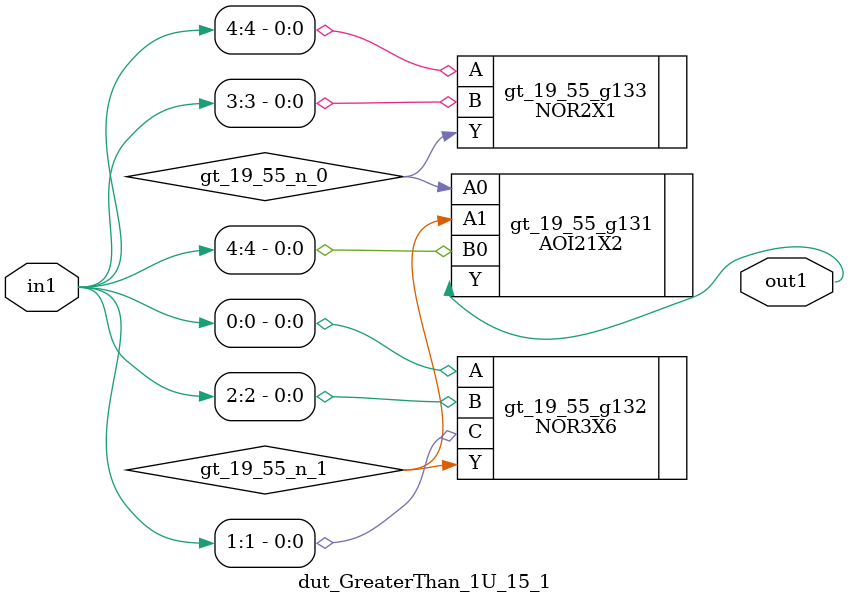
<source format=v>
`timescale 1ps / 1ps


module dut_GreaterThan_1U_15_1(in1, out1);
  input [4:0] in1;
  output out1;
  wire [4:0] in1;
  wire out1;
  wire gt_19_55_n_0, gt_19_55_n_1;
  AOI21X2 gt_19_55_g131(.A0 (gt_19_55_n_0), .A1 (gt_19_55_n_1), .B0
       (in1[4]), .Y (out1));
  NOR3X6 gt_19_55_g132(.A (in1[0]), .B (in1[2]), .C (in1[1]), .Y
       (gt_19_55_n_1));
  NOR2X1 gt_19_55_g133(.A (in1[4]), .B (in1[3]), .Y (gt_19_55_n_0));
endmodule



</source>
